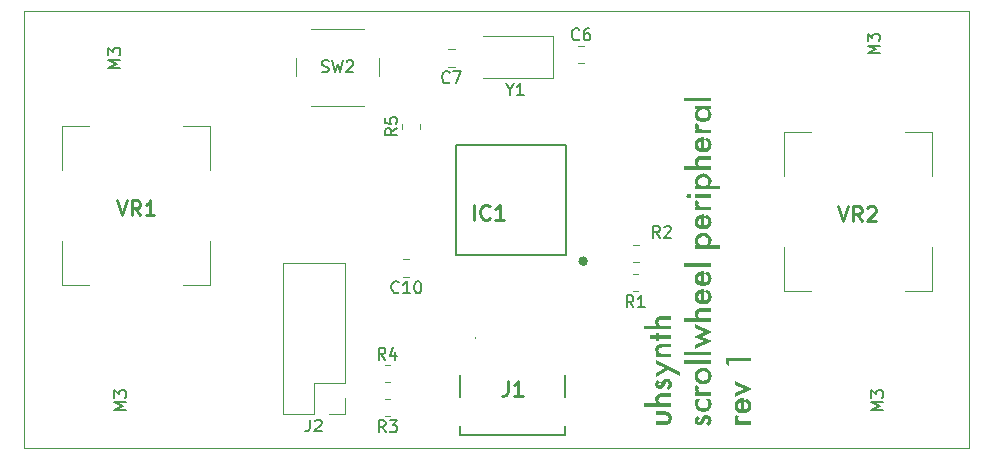
<source format=gbr>
%TF.GenerationSoftware,KiCad,Pcbnew,9.0.0*%
%TF.CreationDate,2025-03-14T14:13:33-06:00*%
%TF.ProjectId,scrollwheel_peripheral,7363726f-6c6c-4776-9865-656c5f706572,rev?*%
%TF.SameCoordinates,Original*%
%TF.FileFunction,Legend,Top*%
%TF.FilePolarity,Positive*%
%FSLAX46Y46*%
G04 Gerber Fmt 4.6, Leading zero omitted, Abs format (unit mm)*
G04 Created by KiCad (PCBNEW 9.0.0) date 2025-03-14 14:13:33*
%MOMM*%
%LPD*%
G01*
G04 APERTURE LIST*
%ADD10C,0.100000*%
%ADD11C,0.150000*%
%ADD12C,0.254000*%
%ADD13C,0.120000*%
%ADD14C,0.200000*%
%ADD15C,0.400000*%
%TA.AperFunction,Profile*%
%ADD16C,0.050000*%
%TD*%
G04 APERTURE END LIST*
D10*
G36*
X95486318Y-88249790D02*
G01*
X96248234Y-88249790D01*
X96379027Y-88236751D01*
X96468654Y-88202716D01*
X96528462Y-88151680D01*
X96564884Y-88082238D01*
X96578084Y-87987962D01*
X96564884Y-87893686D01*
X96528462Y-87824243D01*
X96468654Y-87773208D01*
X96379027Y-87739173D01*
X96248234Y-87726133D01*
X95486318Y-87726133D01*
X95486318Y-87421318D01*
X96256172Y-87421318D01*
X96409709Y-87431870D01*
X96531922Y-87460764D01*
X96629127Y-87511876D01*
X96719012Y-87592899D01*
X96777033Y-87673987D01*
X96818980Y-87765484D01*
X96844997Y-87869316D01*
X96854078Y-87987962D01*
X96845015Y-88105885D01*
X96819026Y-88209255D01*
X96777084Y-88300516D01*
X96719012Y-88381559D01*
X96629074Y-88464077D01*
X96531922Y-88516503D01*
X96427406Y-88543504D01*
X96256172Y-88554605D01*
X95486318Y-88554605D01*
X95486318Y-88249790D01*
G37*
G36*
X94509347Y-87030530D02*
G01*
X94509347Y-86725715D01*
X95594030Y-86725715D01*
X95528248Y-86639301D01*
X95482953Y-86551083D01*
X95456200Y-86459904D01*
X95447240Y-86364235D01*
X95457029Y-86253760D01*
X95485000Y-86158686D01*
X95530255Y-86076111D01*
X95593541Y-86003977D01*
X95659317Y-85957714D01*
X95745396Y-85921931D01*
X95856732Y-85898191D01*
X95999351Y-85889427D01*
X96815000Y-85889427D01*
X96815000Y-86194242D01*
X96026950Y-86194242D01*
X95921080Y-86201948D01*
X95846403Y-86221994D01*
X95795041Y-86251151D01*
X95756739Y-86294099D01*
X95732284Y-86353210D01*
X95723234Y-86433967D01*
X95735797Y-86536629D01*
X95769614Y-86609827D01*
X95823007Y-86661357D01*
X95894420Y-86693429D01*
X96005447Y-86716566D01*
X96170565Y-86725715D01*
X96815000Y-86725715D01*
X96815000Y-87030530D01*
X94509347Y-87030530D01*
G37*
G36*
X95710900Y-84723290D02*
G01*
X95846088Y-84977547D01*
X95772897Y-85025563D01*
X95735093Y-85074856D01*
X95723234Y-85127634D01*
X95730281Y-85167347D01*
X95751200Y-85200662D01*
X95782847Y-85223255D01*
X95823007Y-85230949D01*
X95865598Y-85217090D01*
X95914932Y-85166019D01*
X95974804Y-85052651D01*
X96052206Y-84889699D01*
X96116252Y-84784619D01*
X96168977Y-84722069D01*
X96232965Y-84675891D01*
X96311402Y-84647183D01*
X96408335Y-84636950D01*
X96501711Y-84646056D01*
X96585324Y-84672598D01*
X96661275Y-84716588D01*
X96730980Y-84779588D01*
X96799113Y-84877813D01*
X96840003Y-84988100D01*
X96854078Y-85114078D01*
X96840540Y-85242510D01*
X96801900Y-85350902D01*
X96738773Y-85443555D01*
X96648649Y-85523037D01*
X96526182Y-85589863D01*
X96404672Y-85326936D01*
X96490482Y-85273067D01*
X96526182Y-85243039D01*
X96565039Y-85181333D01*
X96578084Y-85108339D01*
X96567928Y-85035634D01*
X96541405Y-84989370D01*
X96499367Y-84961659D01*
X96436057Y-84951413D01*
X96387386Y-84962558D01*
X96337278Y-84999394D01*
X96283161Y-85072435D01*
X96238098Y-85165736D01*
X96192913Y-85260502D01*
X96122555Y-85382108D01*
X96061877Y-85450034D01*
X96002831Y-85488129D01*
X95932380Y-85511769D01*
X95847554Y-85520132D01*
X95737005Y-85506442D01*
X95642683Y-85466846D01*
X95560690Y-85400575D01*
X95497794Y-85313583D01*
X95460175Y-85215823D01*
X95447240Y-85103942D01*
X95457760Y-85006802D01*
X95488182Y-84922419D01*
X95538575Y-84847935D01*
X95611327Y-84781664D01*
X95710900Y-84723290D01*
G37*
G36*
X96570146Y-83942934D02*
G01*
X95486318Y-84541817D01*
X95486318Y-84184979D01*
X96251653Y-83777581D01*
X95486318Y-83397418D01*
X95486318Y-83050226D01*
X97541866Y-84111095D01*
X97541866Y-84462561D01*
X96570146Y-83942934D01*
G37*
G36*
X95486318Y-82841277D02*
G01*
X95486318Y-82528646D01*
X95608196Y-82528646D01*
X95535809Y-82442794D01*
X95486243Y-82354621D01*
X95457033Y-82262854D01*
X95447240Y-82165701D01*
X95457220Y-82051587D01*
X95485471Y-81955404D01*
X95530739Y-81873753D01*
X95593541Y-81804221D01*
X95657837Y-81759331D01*
X95743174Y-81724367D01*
X95854865Y-81701020D01*
X95999351Y-81692358D01*
X96815000Y-81692358D01*
X96815000Y-82004989D01*
X96071646Y-82004989D01*
X95939760Y-82012764D01*
X95853408Y-82032225D01*
X95799682Y-82058967D01*
X95759438Y-82100352D01*
X95733194Y-82161860D01*
X95723234Y-82251186D01*
X95735691Y-82346848D01*
X95769646Y-82416308D01*
X95824228Y-82466364D01*
X95894622Y-82497251D01*
X96005689Y-82519716D01*
X96172641Y-82528646D01*
X96815000Y-82528646D01*
X96815000Y-82841277D01*
X95486318Y-82841277D01*
G37*
G36*
X95775502Y-80994801D02*
G01*
X96815000Y-80994801D01*
X96815000Y-81299616D01*
X95775502Y-81299616D01*
X95775502Y-81432484D01*
X95486318Y-81432484D01*
X95486318Y-81299616D01*
X94993925Y-81299616D01*
X94993925Y-80994801D01*
X95486318Y-80994801D01*
X95486318Y-80752512D01*
X95775502Y-80752512D01*
X95775502Y-80994801D01*
G37*
G36*
X94509347Y-80486775D02*
G01*
X94509347Y-80181960D01*
X95594030Y-80181960D01*
X95528248Y-80095547D01*
X95482953Y-80007328D01*
X95456200Y-79916150D01*
X95447240Y-79820481D01*
X95457029Y-79710006D01*
X95485000Y-79614932D01*
X95530255Y-79532356D01*
X95593541Y-79460223D01*
X95659317Y-79413959D01*
X95745396Y-79378176D01*
X95856732Y-79354437D01*
X95999351Y-79345673D01*
X96815000Y-79345673D01*
X96815000Y-79650488D01*
X96026950Y-79650488D01*
X95921080Y-79658194D01*
X95846403Y-79678239D01*
X95795041Y-79707397D01*
X95756739Y-79750345D01*
X95732284Y-79809455D01*
X95723234Y-79890212D01*
X95735797Y-79992875D01*
X95769614Y-80066072D01*
X95823007Y-80117602D01*
X95894420Y-80149674D01*
X96005447Y-80172812D01*
X96170565Y-80181960D01*
X96815000Y-80181960D01*
X96815000Y-80486775D01*
X94509347Y-80486775D01*
G37*
G36*
X99070900Y-87781210D02*
G01*
X99206088Y-88035467D01*
X99132897Y-88083483D01*
X99095093Y-88132777D01*
X99083234Y-88185554D01*
X99090281Y-88225267D01*
X99111200Y-88258583D01*
X99142847Y-88281176D01*
X99183007Y-88288869D01*
X99225598Y-88275010D01*
X99274932Y-88223939D01*
X99334804Y-88110572D01*
X99412206Y-87947619D01*
X99476252Y-87842540D01*
X99528977Y-87779989D01*
X99592965Y-87733812D01*
X99671402Y-87705103D01*
X99768335Y-87694870D01*
X99861711Y-87703977D01*
X99945324Y-87730518D01*
X100021275Y-87774508D01*
X100090980Y-87837508D01*
X100159113Y-87935734D01*
X100200003Y-88046021D01*
X100214078Y-88171999D01*
X100200540Y-88300431D01*
X100161900Y-88408823D01*
X100098773Y-88501476D01*
X100008649Y-88580957D01*
X99886182Y-88647784D01*
X99764672Y-88384856D01*
X99850482Y-88330988D01*
X99886182Y-88300959D01*
X99925039Y-88239254D01*
X99938084Y-88166259D01*
X99927928Y-88093555D01*
X99901405Y-88047291D01*
X99859367Y-88019579D01*
X99796057Y-88009333D01*
X99747386Y-88020478D01*
X99697278Y-88057315D01*
X99643161Y-88130355D01*
X99598098Y-88223656D01*
X99552913Y-88318422D01*
X99482555Y-88440028D01*
X99421877Y-88507955D01*
X99362831Y-88546050D01*
X99292380Y-88569689D01*
X99207554Y-88578053D01*
X99097005Y-88564363D01*
X99002683Y-88524767D01*
X98920690Y-88458496D01*
X98857794Y-88371504D01*
X98820175Y-88273743D01*
X98807240Y-88161863D01*
X98817760Y-88064723D01*
X98848182Y-87980340D01*
X98898575Y-87905855D01*
X98971327Y-87839585D01*
X99070900Y-87781210D01*
G37*
G36*
X98901029Y-86383775D02*
G01*
X99308914Y-86383775D01*
X99194176Y-86490257D01*
X99132327Y-86572208D01*
X99095963Y-86659559D01*
X99083234Y-86764794D01*
X99097102Y-86875152D01*
X99137348Y-86969905D01*
X99204989Y-87052878D01*
X99291934Y-87115980D01*
X99392284Y-87154156D01*
X99509926Y-87167428D01*
X99630589Y-87154436D01*
X99731808Y-87117406D01*
X99817794Y-87056908D01*
X99884470Y-86975690D01*
X99924302Y-86881923D01*
X99938084Y-86771632D01*
X99925758Y-86665918D01*
X99890334Y-86576360D01*
X99828996Y-86494962D01*
X99709717Y-86383775D01*
X100116625Y-86383775D01*
X100171714Y-86511315D01*
X100203632Y-86635554D01*
X100214078Y-86758077D01*
X100201042Y-86909242D01*
X100163303Y-87043747D01*
X100101531Y-87164707D01*
X100014532Y-87274406D01*
X99907502Y-87365501D01*
X99790279Y-87429603D01*
X99660668Y-87468503D01*
X99515544Y-87481891D01*
X99370545Y-87468407D01*
X99240227Y-87429115D01*
X99121556Y-87364163D01*
X99012404Y-87271598D01*
X98922517Y-87160227D01*
X98859062Y-87038640D01*
X98820503Y-86904659D01*
X98807240Y-86755268D01*
X98817675Y-86626522D01*
X98848770Y-86503223D01*
X98901029Y-86383775D01*
G37*
G36*
X98846318Y-86086775D02*
G01*
X98846318Y-85781960D01*
X98963799Y-85781960D01*
X98884554Y-85696889D01*
X98841556Y-85631629D01*
X98816246Y-85560398D01*
X98807240Y-85472993D01*
X98815553Y-85393916D01*
X98841642Y-85309753D01*
X98888206Y-85218736D01*
X99167131Y-85359542D01*
X99118946Y-85448778D01*
X99104239Y-85530390D01*
X99113969Y-85604444D01*
X99141430Y-85663149D01*
X99186881Y-85710289D01*
X99254224Y-85747168D01*
X99350353Y-85772356D01*
X99484403Y-85781960D01*
X100175000Y-85781960D01*
X100175000Y-86086775D01*
X98846318Y-86086775D01*
G37*
G36*
X99657269Y-83718276D02*
G01*
X99787662Y-83757074D01*
X99905568Y-83820966D01*
X100013189Y-83911671D01*
X100101120Y-84021691D01*
X100163270Y-84141913D01*
X100201070Y-84274488D01*
X100214078Y-84422383D01*
X100200817Y-84568540D01*
X100162305Y-84699080D01*
X100098926Y-84817097D01*
X100009036Y-84924790D01*
X99901734Y-85013181D01*
X99782909Y-85075855D01*
X99650217Y-85114147D01*
X99500401Y-85127390D01*
X99360304Y-85114224D01*
X99233567Y-85075741D01*
X99117331Y-85011906D01*
X99009595Y-84920638D01*
X98920734Y-84811122D01*
X98858171Y-84692176D01*
X98820254Y-84561725D01*
X98807240Y-84416887D01*
X99083234Y-84416887D01*
X99096903Y-84529653D01*
X99136033Y-84623702D01*
X99200837Y-84703384D01*
X99284994Y-84763269D01*
X99384787Y-84800004D01*
X99504553Y-84812927D01*
X99633624Y-84799942D01*
X99737084Y-84763745D01*
X99820481Y-84706071D01*
X99885148Y-84626327D01*
X99924345Y-84531445D01*
X99938084Y-84416887D01*
X99924406Y-84301293D01*
X99885567Y-84206486D01*
X99821824Y-84127704D01*
X99738423Y-84068942D01*
X99636638Y-84032396D01*
X99511392Y-84019382D01*
X99386063Y-84032399D01*
X99284240Y-84068947D01*
X99200837Y-84127704D01*
X99136181Y-84207375D01*
X99096979Y-84302251D01*
X99083234Y-84416887D01*
X98807240Y-84416887D01*
X98820339Y-84271363D01*
X98858515Y-84140221D01*
X98921527Y-84020569D01*
X99011060Y-83910327D01*
X99119282Y-83820074D01*
X99237165Y-83756599D01*
X99366831Y-83718133D01*
X99511270Y-83704919D01*
X99657269Y-83718276D01*
G37*
G36*
X97869347Y-83077704D02*
G01*
X100175000Y-83077704D01*
X100175000Y-83382519D01*
X97869347Y-83382519D01*
X97869347Y-83077704D01*
G37*
G36*
X97869347Y-82382100D02*
G01*
X100175000Y-82382100D01*
X100175000Y-82686915D01*
X97869347Y-82686915D01*
X97869347Y-82382100D01*
G37*
G36*
X98846318Y-81825715D02*
G01*
X99605914Y-81477180D01*
X98724685Y-81101168D01*
X99605914Y-80722470D01*
X98846318Y-80377965D01*
X98846318Y-80033339D01*
X100276849Y-80730652D01*
X99420167Y-81101168D01*
X100276849Y-81475715D01*
X98846318Y-82171685D01*
X98846318Y-81825715D01*
G37*
G36*
X97869347Y-79824389D02*
G01*
X97869347Y-79519574D01*
X98954030Y-79519574D01*
X98888248Y-79433160D01*
X98842953Y-79344942D01*
X98816200Y-79253763D01*
X98807240Y-79158094D01*
X98817029Y-79047619D01*
X98845000Y-78952545D01*
X98890255Y-78869970D01*
X98953541Y-78797836D01*
X99019317Y-78751573D01*
X99105396Y-78715790D01*
X99216732Y-78692050D01*
X99359351Y-78683286D01*
X100175000Y-78683286D01*
X100175000Y-78988101D01*
X99386950Y-78988101D01*
X99281080Y-78995807D01*
X99206403Y-79015853D01*
X99155041Y-79045010D01*
X99116739Y-79087958D01*
X99092284Y-79147069D01*
X99083234Y-79227826D01*
X99095797Y-79330488D01*
X99129614Y-79403686D01*
X99183007Y-79455216D01*
X99254420Y-79487288D01*
X99365447Y-79510425D01*
X99530565Y-79519574D01*
X100175000Y-79519574D01*
X100175000Y-79824389D01*
X97869347Y-79824389D01*
G37*
G36*
X99923393Y-77130054D02*
G01*
X100002076Y-77193771D01*
X100069694Y-77263970D01*
X100122854Y-77337264D01*
X100163787Y-77416632D01*
X100192096Y-77502494D01*
X100208406Y-77593401D01*
X100214078Y-77694958D01*
X100201272Y-77841127D01*
X100164669Y-77967167D01*
X100105453Y-78076835D01*
X100022714Y-78172819D01*
X99921496Y-78249823D01*
X99804648Y-78305785D01*
X99669200Y-78340761D01*
X99511270Y-78353070D01*
X99354648Y-78341171D01*
X99219522Y-78307295D01*
X99102266Y-78253043D01*
X99000069Y-78178436D01*
X98916429Y-78084354D01*
X98856813Y-77977159D01*
X98820073Y-77854253D01*
X98807240Y-77711933D01*
X98807893Y-77704483D01*
X99083234Y-77704483D01*
X99087612Y-77759184D01*
X99100453Y-77809630D01*
X99121390Y-77856659D01*
X99149912Y-77899145D01*
X99185359Y-77936382D01*
X99227704Y-77968143D01*
X99275543Y-77993046D01*
X99330896Y-78011741D01*
X99330896Y-77394539D01*
X99237985Y-77429384D01*
X99170396Y-77476761D01*
X99123069Y-77536530D01*
X99093726Y-77610984D01*
X99083234Y-77704483D01*
X98807893Y-77704483D01*
X98819872Y-77567793D01*
X98855804Y-77444938D01*
X98913656Y-77339368D01*
X98994207Y-77248237D01*
X99091161Y-77177026D01*
X99206641Y-77124410D01*
X99344284Y-77091005D01*
X99508705Y-77079099D01*
X99581001Y-77079099D01*
X99581001Y-78032135D01*
X99686635Y-78013856D01*
X99772456Y-77978077D01*
X99842341Y-77925645D01*
X99895099Y-77857715D01*
X99926974Y-77778333D01*
X99938084Y-77684089D01*
X99931514Y-77609292D01*
X99912980Y-77546781D01*
X99883374Y-77494190D01*
X99813853Y-77422505D01*
X99680896Y-77326273D01*
X99825854Y-77066765D01*
X99923393Y-77130054D01*
G37*
G36*
X99923393Y-75582532D02*
G01*
X100002076Y-75646249D01*
X100069694Y-75716447D01*
X100122854Y-75789741D01*
X100163787Y-75869109D01*
X100192096Y-75954972D01*
X100208406Y-76045879D01*
X100214078Y-76147435D01*
X100201272Y-76293605D01*
X100164669Y-76419644D01*
X100105453Y-76529312D01*
X100022714Y-76625296D01*
X99921496Y-76702300D01*
X99804648Y-76758263D01*
X99669200Y-76793238D01*
X99511270Y-76805547D01*
X99354648Y-76793648D01*
X99219522Y-76759772D01*
X99102266Y-76705521D01*
X99000069Y-76630914D01*
X98916429Y-76536832D01*
X98856813Y-76429636D01*
X98820073Y-76306730D01*
X98807240Y-76164410D01*
X98807893Y-76156960D01*
X99083234Y-76156960D01*
X99087612Y-76211661D01*
X99100453Y-76262107D01*
X99121390Y-76309136D01*
X99149912Y-76351622D01*
X99185359Y-76388860D01*
X99227704Y-76420621D01*
X99275543Y-76445523D01*
X99330896Y-76464218D01*
X99330896Y-75847016D01*
X99237985Y-75881861D01*
X99170396Y-75929238D01*
X99123069Y-75989007D01*
X99093726Y-76063461D01*
X99083234Y-76156960D01*
X98807893Y-76156960D01*
X98819872Y-76020270D01*
X98855804Y-75897415D01*
X98913656Y-75791846D01*
X98994207Y-75700715D01*
X99091161Y-75629503D01*
X99206641Y-75576888D01*
X99344284Y-75543482D01*
X99508705Y-75531577D01*
X99581001Y-75531577D01*
X99581001Y-76484612D01*
X99686635Y-76466333D01*
X99772456Y-76430555D01*
X99842341Y-76378122D01*
X99895099Y-76310192D01*
X99926974Y-76230811D01*
X99938084Y-76136566D01*
X99931514Y-76061770D01*
X99912980Y-75999258D01*
X99883374Y-75946667D01*
X99813853Y-75874982D01*
X99680896Y-75778750D01*
X99825854Y-75519242D01*
X99923393Y-75582532D01*
G37*
G36*
X97869347Y-74890683D02*
G01*
X100175000Y-74890683D01*
X100175000Y-75195498D01*
X97869347Y-75195498D01*
X97869347Y-74890683D01*
G37*
G36*
X99667838Y-72294182D02*
G01*
X99798034Y-72328454D01*
X99914232Y-72384163D01*
X100018684Y-72461933D01*
X100105776Y-72557645D01*
X100166808Y-72662980D01*
X100203785Y-72780014D01*
X100216521Y-72911828D01*
X100205068Y-73024547D01*
X100170935Y-73130747D01*
X100113032Y-73232546D01*
X100028454Y-73331437D01*
X100901866Y-73331437D01*
X100901866Y-73636252D01*
X98846318Y-73636252D01*
X98846318Y-73331437D01*
X98992254Y-73331437D01*
X98911739Y-73234335D01*
X98856376Y-73133989D01*
X98823625Y-73028953D01*
X98817571Y-72967515D01*
X99088607Y-72967515D01*
X99102151Y-73075788D01*
X99141051Y-73166390D01*
X99205844Y-73243510D01*
X99289581Y-73300897D01*
X99390677Y-73336508D01*
X99513834Y-73349145D01*
X99634436Y-73336671D01*
X99735785Y-73301165D01*
X99821946Y-73243387D01*
X99887493Y-73167060D01*
X99926822Y-73076984D01*
X99940526Y-72968859D01*
X99926965Y-72867152D01*
X99887490Y-72780057D01*
X99820603Y-72703855D01*
X99735310Y-72645037D01*
X99636576Y-72609237D01*
X99520673Y-72596755D01*
X99397296Y-72609208D01*
X99295183Y-72644395D01*
X99209874Y-72701168D01*
X99142128Y-72778289D01*
X99102264Y-72865854D01*
X99088607Y-72967515D01*
X98817571Y-72967515D01*
X98812613Y-72917201D01*
X98825641Y-72783486D01*
X98863415Y-72665252D01*
X98925710Y-72559274D01*
X99014602Y-72463398D01*
X99119724Y-72385188D01*
X99237398Y-72329008D01*
X99370003Y-72294347D01*
X99520673Y-72282292D01*
X99667838Y-72294182D01*
G37*
G36*
X99923393Y-70797326D02*
G01*
X100002076Y-70861043D01*
X100069694Y-70931241D01*
X100122854Y-71004535D01*
X100163787Y-71083904D01*
X100192096Y-71169766D01*
X100208406Y-71260673D01*
X100214078Y-71362229D01*
X100201272Y-71508399D01*
X100164669Y-71634438D01*
X100105453Y-71744106D01*
X100022714Y-71840090D01*
X99921496Y-71917095D01*
X99804648Y-71973057D01*
X99669200Y-72008032D01*
X99511270Y-72020341D01*
X99354648Y-72008442D01*
X99219522Y-71974566D01*
X99102266Y-71920315D01*
X99000069Y-71845708D01*
X98916429Y-71751626D01*
X98856813Y-71644430D01*
X98820073Y-71521524D01*
X98807240Y-71379204D01*
X98807893Y-71371755D01*
X99083234Y-71371755D01*
X99087612Y-71426455D01*
X99100453Y-71476901D01*
X99121390Y-71523930D01*
X99149912Y-71566416D01*
X99185359Y-71603654D01*
X99227704Y-71635415D01*
X99275543Y-71660317D01*
X99330896Y-71679012D01*
X99330896Y-71061810D01*
X99237985Y-71096655D01*
X99170396Y-71144033D01*
X99123069Y-71203801D01*
X99093726Y-71278255D01*
X99083234Y-71371755D01*
X98807893Y-71371755D01*
X98819872Y-71235064D01*
X98855804Y-71112209D01*
X98913656Y-71006640D01*
X98994207Y-70915509D01*
X99091161Y-70844297D01*
X99206641Y-70791682D01*
X99344284Y-70758276D01*
X99508705Y-70746371D01*
X99581001Y-70746371D01*
X99581001Y-71699406D01*
X99686635Y-71681128D01*
X99772456Y-71645349D01*
X99842341Y-71592916D01*
X99895099Y-71524986D01*
X99926974Y-71445605D01*
X99938084Y-71351360D01*
X99931514Y-71276564D01*
X99912980Y-71214052D01*
X99883374Y-71161461D01*
X99813853Y-71089776D01*
X99680896Y-70993545D01*
X99825854Y-70734036D01*
X99923393Y-70797326D01*
G37*
G36*
X98846318Y-70410293D02*
G01*
X98846318Y-70105478D01*
X98963799Y-70105478D01*
X98884554Y-70020406D01*
X98841556Y-69955146D01*
X98816246Y-69883915D01*
X98807240Y-69796510D01*
X98815553Y-69717433D01*
X98841642Y-69633270D01*
X98888206Y-69542254D01*
X99167131Y-69683060D01*
X99118946Y-69772296D01*
X99104239Y-69853907D01*
X99113969Y-69927961D01*
X99141430Y-69986666D01*
X99186881Y-70033807D01*
X99254224Y-70070685D01*
X99350353Y-70095873D01*
X99484403Y-70105478D01*
X100175000Y-70105478D01*
X100175000Y-70410293D01*
X98846318Y-70410293D01*
G37*
G36*
X98846318Y-69017131D02*
G01*
X100175000Y-69017131D01*
X100175000Y-69321946D01*
X98846318Y-69321946D01*
X98846318Y-69017131D01*
G37*
G36*
X98293230Y-69368841D02*
G01*
X98218705Y-69354332D01*
X98154501Y-69310345D01*
X98110581Y-69245935D01*
X98096004Y-69170150D01*
X98110647Y-69093230D01*
X98154501Y-69028733D01*
X98195621Y-68996143D01*
X98241745Y-68976845D01*
X98294574Y-68970237D01*
X98371515Y-68984875D01*
X98436113Y-69028733D01*
X98468692Y-69069781D01*
X98487995Y-69115901D01*
X98494609Y-69168806D01*
X98479970Y-69245747D01*
X98436113Y-69310345D01*
X98394134Y-69342904D01*
X98347073Y-69362222D01*
X98293230Y-69368841D01*
G37*
G36*
X99667838Y-67284273D02*
G01*
X99798034Y-67318545D01*
X99914232Y-67374254D01*
X100018684Y-67452023D01*
X100105776Y-67547736D01*
X100166808Y-67653071D01*
X100203785Y-67770105D01*
X100216521Y-67901919D01*
X100205068Y-68014638D01*
X100170935Y-68120837D01*
X100113032Y-68222637D01*
X100028454Y-68321528D01*
X100901866Y-68321528D01*
X100901866Y-68626343D01*
X98846318Y-68626343D01*
X98846318Y-68321528D01*
X98992254Y-68321528D01*
X98911739Y-68224425D01*
X98856376Y-68124080D01*
X98823625Y-68019044D01*
X98817571Y-67957606D01*
X99088607Y-67957606D01*
X99102151Y-68065879D01*
X99141051Y-68156481D01*
X99205844Y-68233600D01*
X99289581Y-68290988D01*
X99390677Y-68326599D01*
X99513834Y-68339235D01*
X99634436Y-68326762D01*
X99735785Y-68291255D01*
X99821946Y-68233478D01*
X99887493Y-68157151D01*
X99926822Y-68067074D01*
X99940526Y-67958949D01*
X99926965Y-67857243D01*
X99887490Y-67770148D01*
X99820603Y-67693946D01*
X99735310Y-67635128D01*
X99636576Y-67599328D01*
X99520673Y-67586845D01*
X99397296Y-67599299D01*
X99295183Y-67634485D01*
X99209874Y-67691259D01*
X99142128Y-67768380D01*
X99102264Y-67855945D01*
X99088607Y-67957606D01*
X98817571Y-67957606D01*
X98812613Y-67907292D01*
X98825641Y-67773577D01*
X98863415Y-67655343D01*
X98925710Y-67549365D01*
X99014602Y-67453489D01*
X99119724Y-67375279D01*
X99237398Y-67319098D01*
X99370003Y-67284437D01*
X99520673Y-67272383D01*
X99667838Y-67284273D01*
G37*
G36*
X97869347Y-66947906D02*
G01*
X97869347Y-66643091D01*
X98954030Y-66643091D01*
X98888248Y-66556677D01*
X98842953Y-66468459D01*
X98816200Y-66377280D01*
X98807240Y-66281612D01*
X98817029Y-66171136D01*
X98845000Y-66076062D01*
X98890255Y-65993487D01*
X98953541Y-65921353D01*
X99019317Y-65875090D01*
X99105396Y-65839307D01*
X99216732Y-65815567D01*
X99359351Y-65806803D01*
X100175000Y-65806803D01*
X100175000Y-66111618D01*
X99386950Y-66111618D01*
X99281080Y-66119324D01*
X99206403Y-66139370D01*
X99155041Y-66168527D01*
X99116739Y-66211475D01*
X99092284Y-66270586D01*
X99083234Y-66351343D01*
X99095797Y-66454005D01*
X99129614Y-66527203D01*
X99183007Y-66578733D01*
X99254420Y-66610805D01*
X99365447Y-66633942D01*
X99530565Y-66643091D01*
X100175000Y-66643091D01*
X100175000Y-66947906D01*
X97869347Y-66947906D01*
G37*
G36*
X99923393Y-64253572D02*
G01*
X100002076Y-64317288D01*
X100069694Y-64387487D01*
X100122854Y-64460781D01*
X100163787Y-64540149D01*
X100192096Y-64626011D01*
X100208406Y-64716918D01*
X100214078Y-64818475D01*
X100201272Y-64964645D01*
X100164669Y-65090684D01*
X100105453Y-65200352D01*
X100022714Y-65296336D01*
X99921496Y-65373340D01*
X99804648Y-65429302D01*
X99669200Y-65464278D01*
X99511270Y-65476587D01*
X99354648Y-65464688D01*
X99219522Y-65430812D01*
X99102266Y-65376561D01*
X99000069Y-65301953D01*
X98916429Y-65207871D01*
X98856813Y-65100676D01*
X98820073Y-64977770D01*
X98807240Y-64835450D01*
X98807893Y-64828000D01*
X99083234Y-64828000D01*
X99087612Y-64882701D01*
X99100453Y-64933147D01*
X99121390Y-64980176D01*
X99149912Y-65022662D01*
X99185359Y-65059899D01*
X99227704Y-65091660D01*
X99275543Y-65116563D01*
X99330896Y-65135258D01*
X99330896Y-64518056D01*
X99237985Y-64552901D01*
X99170396Y-64600278D01*
X99123069Y-64660047D01*
X99093726Y-64734501D01*
X99083234Y-64828000D01*
X98807893Y-64828000D01*
X98819872Y-64691310D01*
X98855804Y-64568455D01*
X98913656Y-64462885D01*
X98994207Y-64371755D01*
X99091161Y-64300543D01*
X99206641Y-64247928D01*
X99344284Y-64214522D01*
X99508705Y-64202616D01*
X99581001Y-64202616D01*
X99581001Y-65155652D01*
X99686635Y-65137373D01*
X99772456Y-65101594D01*
X99842341Y-65049162D01*
X99895099Y-64981232D01*
X99926974Y-64901850D01*
X99938084Y-64807606D01*
X99931514Y-64732810D01*
X99912980Y-64670298D01*
X99883374Y-64617707D01*
X99813853Y-64546022D01*
X99680896Y-64449790D01*
X99825854Y-64190282D01*
X99923393Y-64253572D01*
G37*
G36*
X98846318Y-63866538D02*
G01*
X98846318Y-63561723D01*
X98963799Y-63561723D01*
X98884554Y-63476652D01*
X98841556Y-63411392D01*
X98816246Y-63340161D01*
X98807240Y-63252756D01*
X98815553Y-63173679D01*
X98841642Y-63089515D01*
X98888206Y-62998499D01*
X99167131Y-63139305D01*
X99118946Y-63228541D01*
X99104239Y-63310153D01*
X99113969Y-63384207D01*
X99141430Y-63442912D01*
X99186881Y-63490052D01*
X99254224Y-63526931D01*
X99350353Y-63552118D01*
X99484403Y-63561723D01*
X100175000Y-63561723D01*
X100175000Y-63866538D01*
X98846318Y-63866538D01*
G37*
G36*
X100175000Y-61857519D02*
G01*
X100035293Y-61857519D01*
X100116380Y-61958511D01*
X100171401Y-62059262D01*
X100203456Y-62161154D01*
X100214078Y-62266015D01*
X100201204Y-62400054D01*
X100163856Y-62518869D01*
X100102285Y-62625602D01*
X100014532Y-62722383D01*
X99907990Y-62799694D01*
X99789342Y-62855208D01*
X99656305Y-62889415D01*
X99505896Y-62901290D01*
X99358369Y-62889438D01*
X99227889Y-62855284D01*
X99111488Y-62799794D01*
X99006908Y-62722383D01*
X98918766Y-62626181D01*
X98857198Y-62520945D01*
X98820014Y-62404660D01*
X98807240Y-62274319D01*
X98813228Y-62216678D01*
X99083234Y-62216678D01*
X99096717Y-62316987D01*
X99136213Y-62404159D01*
X99203524Y-62481681D01*
X99289801Y-62539455D01*
X99388967Y-62574599D01*
X99504553Y-62586828D01*
X99628496Y-62574588D01*
X99730978Y-62540055D01*
X99816451Y-62484490D01*
X99884453Y-62407660D01*
X99924408Y-62320538D01*
X99938084Y-62219487D01*
X99924475Y-62110854D01*
X99885439Y-62020281D01*
X99820481Y-61943492D01*
X99734051Y-61886074D01*
X99632373Y-61850757D01*
X99511392Y-61838346D01*
X99390329Y-61850759D01*
X99288612Y-61886079D01*
X99202180Y-61943492D01*
X99136264Y-62020315D01*
X99096893Y-62110012D01*
X99083234Y-62216678D01*
X98813228Y-62216678D01*
X98818820Y-62162850D01*
X98853400Y-62057551D01*
X98912237Y-61956273D01*
X98998482Y-61857519D01*
X98846318Y-61857519D01*
X98846318Y-61549162D01*
X100175000Y-61549162D01*
X100175000Y-61857519D01*
G37*
G36*
X97869347Y-60855512D02*
G01*
X100175000Y-60855512D01*
X100175000Y-61160327D01*
X97869347Y-61160327D01*
X97869347Y-60855512D01*
G37*
G36*
X102206318Y-88554605D02*
G01*
X102206318Y-88249790D01*
X102323799Y-88249790D01*
X102244554Y-88164719D01*
X102201556Y-88099459D01*
X102176246Y-88028228D01*
X102167240Y-87940823D01*
X102175553Y-87861746D01*
X102201642Y-87777582D01*
X102248206Y-87686566D01*
X102527131Y-87827372D01*
X102478946Y-87916608D01*
X102464239Y-87998220D01*
X102473969Y-88072274D01*
X102501430Y-88130979D01*
X102546881Y-88178119D01*
X102614224Y-88214998D01*
X102710353Y-88240185D01*
X102844403Y-88249790D01*
X103535000Y-88249790D01*
X103535000Y-88554605D01*
X102206318Y-88554605D01*
G37*
G36*
X103283393Y-86366342D02*
G01*
X103362076Y-86430059D01*
X103429694Y-86500257D01*
X103482854Y-86573551D01*
X103523787Y-86652920D01*
X103552096Y-86738782D01*
X103568406Y-86829689D01*
X103574078Y-86931245D01*
X103561272Y-87077415D01*
X103524669Y-87203454D01*
X103465453Y-87313122D01*
X103382714Y-87409106D01*
X103281496Y-87486111D01*
X103164648Y-87542073D01*
X103029200Y-87577049D01*
X102871270Y-87589357D01*
X102714648Y-87577458D01*
X102579522Y-87543582D01*
X102462266Y-87489331D01*
X102360069Y-87414724D01*
X102276429Y-87320642D01*
X102216813Y-87213446D01*
X102180073Y-87090541D01*
X102167240Y-86948220D01*
X102167893Y-86940771D01*
X102443234Y-86940771D01*
X102447612Y-86995471D01*
X102460453Y-87045917D01*
X102481390Y-87092946D01*
X102509912Y-87135432D01*
X102545359Y-87172670D01*
X102587704Y-87204431D01*
X102635543Y-87229333D01*
X102690896Y-87248028D01*
X102690896Y-86630826D01*
X102597985Y-86665671D01*
X102530396Y-86713049D01*
X102483069Y-86772817D01*
X102453726Y-86847272D01*
X102443234Y-86940771D01*
X102167893Y-86940771D01*
X102179872Y-86804080D01*
X102215804Y-86681225D01*
X102273656Y-86575656D01*
X102354207Y-86484525D01*
X102451161Y-86413313D01*
X102566641Y-86360698D01*
X102704284Y-86327292D01*
X102868705Y-86315387D01*
X102941001Y-86315387D01*
X102941001Y-87268422D01*
X103046635Y-87250144D01*
X103132456Y-87214365D01*
X103202341Y-87161933D01*
X103255099Y-87094002D01*
X103286974Y-87014621D01*
X103298084Y-86920376D01*
X103291514Y-86845580D01*
X103272980Y-86783068D01*
X103243374Y-86730478D01*
X103173853Y-86658792D01*
X103040896Y-86562561D01*
X103185854Y-86303053D01*
X103283393Y-86366342D01*
G37*
G36*
X102206318Y-85862072D02*
G01*
X102953702Y-85517445D01*
X102206318Y-85174284D01*
X102206318Y-84828436D01*
X103628667Y-85520254D01*
X102206318Y-86206577D01*
X102206318Y-85862072D01*
G37*
G36*
X101721741Y-83192986D02*
G01*
X101721741Y-83558007D01*
X101424741Y-83383007D01*
X101424741Y-82878524D01*
X103535000Y-82878524D01*
X103535000Y-83192986D01*
X101721741Y-83192986D01*
G37*
D11*
X114454819Y-57109523D02*
X113454819Y-57109523D01*
X113454819Y-57109523D02*
X114169104Y-56776190D01*
X114169104Y-56776190D02*
X113454819Y-56442857D01*
X113454819Y-56442857D02*
X114454819Y-56442857D01*
X113454819Y-56061904D02*
X113454819Y-55442857D01*
X113454819Y-55442857D02*
X113835771Y-55776190D01*
X113835771Y-55776190D02*
X113835771Y-55633333D01*
X113835771Y-55633333D02*
X113883390Y-55538095D01*
X113883390Y-55538095D02*
X113931009Y-55490476D01*
X113931009Y-55490476D02*
X114026247Y-55442857D01*
X114026247Y-55442857D02*
X114264342Y-55442857D01*
X114264342Y-55442857D02*
X114359580Y-55490476D01*
X114359580Y-55490476D02*
X114407200Y-55538095D01*
X114407200Y-55538095D02*
X114454819Y-55633333D01*
X114454819Y-55633333D02*
X114454819Y-55919047D01*
X114454819Y-55919047D02*
X114407200Y-56014285D01*
X114407200Y-56014285D02*
X114359580Y-56061904D01*
X73579819Y-63454166D02*
X73103628Y-63787499D01*
X73579819Y-64025594D02*
X72579819Y-64025594D01*
X72579819Y-64025594D02*
X72579819Y-63644642D01*
X72579819Y-63644642D02*
X72627438Y-63549404D01*
X72627438Y-63549404D02*
X72675057Y-63501785D01*
X72675057Y-63501785D02*
X72770295Y-63454166D01*
X72770295Y-63454166D02*
X72913152Y-63454166D01*
X72913152Y-63454166D02*
X73008390Y-63501785D01*
X73008390Y-63501785D02*
X73056009Y-63549404D01*
X73056009Y-63549404D02*
X73103628Y-63644642D01*
X73103628Y-63644642D02*
X73103628Y-64025594D01*
X72579819Y-62549404D02*
X72579819Y-63025594D01*
X72579819Y-63025594D02*
X73056009Y-63073213D01*
X73056009Y-63073213D02*
X73008390Y-63025594D01*
X73008390Y-63025594D02*
X72960771Y-62930356D01*
X72960771Y-62930356D02*
X72960771Y-62692261D01*
X72960771Y-62692261D02*
X73008390Y-62597023D01*
X73008390Y-62597023D02*
X73056009Y-62549404D01*
X73056009Y-62549404D02*
X73151247Y-62501785D01*
X73151247Y-62501785D02*
X73389342Y-62501785D01*
X73389342Y-62501785D02*
X73484580Y-62549404D01*
X73484580Y-62549404D02*
X73532200Y-62597023D01*
X73532200Y-62597023D02*
X73579819Y-62692261D01*
X73579819Y-62692261D02*
X73579819Y-62930356D01*
X73579819Y-62930356D02*
X73532200Y-63025594D01*
X73532200Y-63025594D02*
X73484580Y-63073213D01*
X50154819Y-58309523D02*
X49154819Y-58309523D01*
X49154819Y-58309523D02*
X49869104Y-57976190D01*
X49869104Y-57976190D02*
X49154819Y-57642857D01*
X49154819Y-57642857D02*
X50154819Y-57642857D01*
X49154819Y-57261904D02*
X49154819Y-56642857D01*
X49154819Y-56642857D02*
X49535771Y-56976190D01*
X49535771Y-56976190D02*
X49535771Y-56833333D01*
X49535771Y-56833333D02*
X49583390Y-56738095D01*
X49583390Y-56738095D02*
X49631009Y-56690476D01*
X49631009Y-56690476D02*
X49726247Y-56642857D01*
X49726247Y-56642857D02*
X49964342Y-56642857D01*
X49964342Y-56642857D02*
X50059580Y-56690476D01*
X50059580Y-56690476D02*
X50107200Y-56738095D01*
X50107200Y-56738095D02*
X50154819Y-56833333D01*
X50154819Y-56833333D02*
X50154819Y-57119047D01*
X50154819Y-57119047D02*
X50107200Y-57214285D01*
X50107200Y-57214285D02*
X50059580Y-57261904D01*
D12*
X49836905Y-69554318D02*
X50260238Y-70824318D01*
X50260238Y-70824318D02*
X50683572Y-69554318D01*
X51832619Y-70824318D02*
X51409285Y-70219556D01*
X51106904Y-70824318D02*
X51106904Y-69554318D01*
X51106904Y-69554318D02*
X51590714Y-69554318D01*
X51590714Y-69554318D02*
X51711666Y-69614794D01*
X51711666Y-69614794D02*
X51772143Y-69675270D01*
X51772143Y-69675270D02*
X51832619Y-69796222D01*
X51832619Y-69796222D02*
X51832619Y-69977651D01*
X51832619Y-69977651D02*
X51772143Y-70098603D01*
X51772143Y-70098603D02*
X51711666Y-70159080D01*
X51711666Y-70159080D02*
X51590714Y-70219556D01*
X51590714Y-70219556D02*
X51106904Y-70219556D01*
X53042143Y-70824318D02*
X52316428Y-70824318D01*
X52679285Y-70824318D02*
X52679285Y-69554318D01*
X52679285Y-69554318D02*
X52558333Y-69735746D01*
X52558333Y-69735746D02*
X52437381Y-69856699D01*
X52437381Y-69856699D02*
X52316428Y-69917175D01*
D11*
X67216667Y-58657200D02*
X67359524Y-58704819D01*
X67359524Y-58704819D02*
X67597619Y-58704819D01*
X67597619Y-58704819D02*
X67692857Y-58657200D01*
X67692857Y-58657200D02*
X67740476Y-58609580D01*
X67740476Y-58609580D02*
X67788095Y-58514342D01*
X67788095Y-58514342D02*
X67788095Y-58419104D01*
X67788095Y-58419104D02*
X67740476Y-58323866D01*
X67740476Y-58323866D02*
X67692857Y-58276247D01*
X67692857Y-58276247D02*
X67597619Y-58228628D01*
X67597619Y-58228628D02*
X67407143Y-58181009D01*
X67407143Y-58181009D02*
X67311905Y-58133390D01*
X67311905Y-58133390D02*
X67264286Y-58085771D01*
X67264286Y-58085771D02*
X67216667Y-57990533D01*
X67216667Y-57990533D02*
X67216667Y-57895295D01*
X67216667Y-57895295D02*
X67264286Y-57800057D01*
X67264286Y-57800057D02*
X67311905Y-57752438D01*
X67311905Y-57752438D02*
X67407143Y-57704819D01*
X67407143Y-57704819D02*
X67645238Y-57704819D01*
X67645238Y-57704819D02*
X67788095Y-57752438D01*
X68121429Y-57704819D02*
X68359524Y-58704819D01*
X68359524Y-58704819D02*
X68550000Y-57990533D01*
X68550000Y-57990533D02*
X68740476Y-58704819D01*
X68740476Y-58704819D02*
X68978572Y-57704819D01*
X69311905Y-57800057D02*
X69359524Y-57752438D01*
X69359524Y-57752438D02*
X69454762Y-57704819D01*
X69454762Y-57704819D02*
X69692857Y-57704819D01*
X69692857Y-57704819D02*
X69788095Y-57752438D01*
X69788095Y-57752438D02*
X69835714Y-57800057D01*
X69835714Y-57800057D02*
X69883333Y-57895295D01*
X69883333Y-57895295D02*
X69883333Y-57990533D01*
X69883333Y-57990533D02*
X69835714Y-58133390D01*
X69835714Y-58133390D02*
X69264286Y-58704819D01*
X69264286Y-58704819D02*
X69883333Y-58704819D01*
X66211666Y-88109819D02*
X66211666Y-88824104D01*
X66211666Y-88824104D02*
X66164047Y-88966961D01*
X66164047Y-88966961D02*
X66068809Y-89062200D01*
X66068809Y-89062200D02*
X65925952Y-89109819D01*
X65925952Y-89109819D02*
X65830714Y-89109819D01*
X66640238Y-88205057D02*
X66687857Y-88157438D01*
X66687857Y-88157438D02*
X66783095Y-88109819D01*
X66783095Y-88109819D02*
X67021190Y-88109819D01*
X67021190Y-88109819D02*
X67116428Y-88157438D01*
X67116428Y-88157438D02*
X67164047Y-88205057D01*
X67164047Y-88205057D02*
X67211666Y-88300295D01*
X67211666Y-88300295D02*
X67211666Y-88395533D01*
X67211666Y-88395533D02*
X67164047Y-88538390D01*
X67164047Y-88538390D02*
X66592619Y-89109819D01*
X66592619Y-89109819D02*
X67211666Y-89109819D01*
D12*
X82956667Y-84829318D02*
X82956667Y-85736461D01*
X82956667Y-85736461D02*
X82896190Y-85917889D01*
X82896190Y-85917889D02*
X82775238Y-86038842D01*
X82775238Y-86038842D02*
X82593809Y-86099318D01*
X82593809Y-86099318D02*
X82472857Y-86099318D01*
X84226667Y-86099318D02*
X83500952Y-86099318D01*
X83863809Y-86099318D02*
X83863809Y-84829318D01*
X83863809Y-84829318D02*
X83742857Y-85010746D01*
X83742857Y-85010746D02*
X83621905Y-85131699D01*
X83621905Y-85131699D02*
X83500952Y-85192175D01*
D11*
X114754819Y-87309523D02*
X113754819Y-87309523D01*
X113754819Y-87309523D02*
X114469104Y-86976190D01*
X114469104Y-86976190D02*
X113754819Y-86642857D01*
X113754819Y-86642857D02*
X114754819Y-86642857D01*
X113754819Y-86261904D02*
X113754819Y-85642857D01*
X113754819Y-85642857D02*
X114135771Y-85976190D01*
X114135771Y-85976190D02*
X114135771Y-85833333D01*
X114135771Y-85833333D02*
X114183390Y-85738095D01*
X114183390Y-85738095D02*
X114231009Y-85690476D01*
X114231009Y-85690476D02*
X114326247Y-85642857D01*
X114326247Y-85642857D02*
X114564342Y-85642857D01*
X114564342Y-85642857D02*
X114659580Y-85690476D01*
X114659580Y-85690476D02*
X114707200Y-85738095D01*
X114707200Y-85738095D02*
X114754819Y-85833333D01*
X114754819Y-85833333D02*
X114754819Y-86119047D01*
X114754819Y-86119047D02*
X114707200Y-86214285D01*
X114707200Y-86214285D02*
X114659580Y-86261904D01*
X93608333Y-78604819D02*
X93275000Y-78128628D01*
X93036905Y-78604819D02*
X93036905Y-77604819D01*
X93036905Y-77604819D02*
X93417857Y-77604819D01*
X93417857Y-77604819D02*
X93513095Y-77652438D01*
X93513095Y-77652438D02*
X93560714Y-77700057D01*
X93560714Y-77700057D02*
X93608333Y-77795295D01*
X93608333Y-77795295D02*
X93608333Y-77938152D01*
X93608333Y-77938152D02*
X93560714Y-78033390D01*
X93560714Y-78033390D02*
X93513095Y-78081009D01*
X93513095Y-78081009D02*
X93417857Y-78128628D01*
X93417857Y-78128628D02*
X93036905Y-78128628D01*
X94560714Y-78604819D02*
X93989286Y-78604819D01*
X94275000Y-78604819D02*
X94275000Y-77604819D01*
X94275000Y-77604819D02*
X94179762Y-77747676D01*
X94179762Y-77747676D02*
X94084524Y-77842914D01*
X94084524Y-77842914D02*
X93989286Y-77890533D01*
X78033333Y-59539580D02*
X77985714Y-59587200D01*
X77985714Y-59587200D02*
X77842857Y-59634819D01*
X77842857Y-59634819D02*
X77747619Y-59634819D01*
X77747619Y-59634819D02*
X77604762Y-59587200D01*
X77604762Y-59587200D02*
X77509524Y-59491961D01*
X77509524Y-59491961D02*
X77461905Y-59396723D01*
X77461905Y-59396723D02*
X77414286Y-59206247D01*
X77414286Y-59206247D02*
X77414286Y-59063390D01*
X77414286Y-59063390D02*
X77461905Y-58872914D01*
X77461905Y-58872914D02*
X77509524Y-58777676D01*
X77509524Y-58777676D02*
X77604762Y-58682438D01*
X77604762Y-58682438D02*
X77747619Y-58634819D01*
X77747619Y-58634819D02*
X77842857Y-58634819D01*
X77842857Y-58634819D02*
X77985714Y-58682438D01*
X77985714Y-58682438D02*
X78033333Y-58730057D01*
X78366667Y-58634819D02*
X79033333Y-58634819D01*
X79033333Y-58634819D02*
X78604762Y-59634819D01*
D12*
X110936905Y-70054318D02*
X111360238Y-71324318D01*
X111360238Y-71324318D02*
X111783572Y-70054318D01*
X112932619Y-71324318D02*
X112509285Y-70719556D01*
X112206904Y-71324318D02*
X112206904Y-70054318D01*
X112206904Y-70054318D02*
X112690714Y-70054318D01*
X112690714Y-70054318D02*
X112811666Y-70114794D01*
X112811666Y-70114794D02*
X112872143Y-70175270D01*
X112872143Y-70175270D02*
X112932619Y-70296222D01*
X112932619Y-70296222D02*
X112932619Y-70477651D01*
X112932619Y-70477651D02*
X112872143Y-70598603D01*
X112872143Y-70598603D02*
X112811666Y-70659080D01*
X112811666Y-70659080D02*
X112690714Y-70719556D01*
X112690714Y-70719556D02*
X112206904Y-70719556D01*
X113416428Y-70175270D02*
X113476904Y-70114794D01*
X113476904Y-70114794D02*
X113597857Y-70054318D01*
X113597857Y-70054318D02*
X113900238Y-70054318D01*
X113900238Y-70054318D02*
X114021190Y-70114794D01*
X114021190Y-70114794D02*
X114081666Y-70175270D01*
X114081666Y-70175270D02*
X114142143Y-70296222D01*
X114142143Y-70296222D02*
X114142143Y-70417175D01*
X114142143Y-70417175D02*
X114081666Y-70598603D01*
X114081666Y-70598603D02*
X113355952Y-71324318D01*
X113355952Y-71324318D02*
X114142143Y-71324318D01*
D11*
X72595833Y-83029819D02*
X72262500Y-82553628D01*
X72024405Y-83029819D02*
X72024405Y-82029819D01*
X72024405Y-82029819D02*
X72405357Y-82029819D01*
X72405357Y-82029819D02*
X72500595Y-82077438D01*
X72500595Y-82077438D02*
X72548214Y-82125057D01*
X72548214Y-82125057D02*
X72595833Y-82220295D01*
X72595833Y-82220295D02*
X72595833Y-82363152D01*
X72595833Y-82363152D02*
X72548214Y-82458390D01*
X72548214Y-82458390D02*
X72500595Y-82506009D01*
X72500595Y-82506009D02*
X72405357Y-82553628D01*
X72405357Y-82553628D02*
X72024405Y-82553628D01*
X73452976Y-82363152D02*
X73452976Y-83029819D01*
X73214881Y-81982200D02*
X72976786Y-82696485D01*
X72976786Y-82696485D02*
X73595833Y-82696485D01*
X72620833Y-89179819D02*
X72287500Y-88703628D01*
X72049405Y-89179819D02*
X72049405Y-88179819D01*
X72049405Y-88179819D02*
X72430357Y-88179819D01*
X72430357Y-88179819D02*
X72525595Y-88227438D01*
X72525595Y-88227438D02*
X72573214Y-88275057D01*
X72573214Y-88275057D02*
X72620833Y-88370295D01*
X72620833Y-88370295D02*
X72620833Y-88513152D01*
X72620833Y-88513152D02*
X72573214Y-88608390D01*
X72573214Y-88608390D02*
X72525595Y-88656009D01*
X72525595Y-88656009D02*
X72430357Y-88703628D01*
X72430357Y-88703628D02*
X72049405Y-88703628D01*
X72954167Y-88179819D02*
X73573214Y-88179819D01*
X73573214Y-88179819D02*
X73239881Y-88560771D01*
X73239881Y-88560771D02*
X73382738Y-88560771D01*
X73382738Y-88560771D02*
X73477976Y-88608390D01*
X73477976Y-88608390D02*
X73525595Y-88656009D01*
X73525595Y-88656009D02*
X73573214Y-88751247D01*
X73573214Y-88751247D02*
X73573214Y-88989342D01*
X73573214Y-88989342D02*
X73525595Y-89084580D01*
X73525595Y-89084580D02*
X73477976Y-89132200D01*
X73477976Y-89132200D02*
X73382738Y-89179819D01*
X73382738Y-89179819D02*
X73097024Y-89179819D01*
X73097024Y-89179819D02*
X73001786Y-89132200D01*
X73001786Y-89132200D02*
X72954167Y-89084580D01*
X83123809Y-60178628D02*
X83123809Y-60654819D01*
X82790476Y-59654819D02*
X83123809Y-60178628D01*
X83123809Y-60178628D02*
X83457142Y-59654819D01*
X84314285Y-60654819D02*
X83742857Y-60654819D01*
X84028571Y-60654819D02*
X84028571Y-59654819D01*
X84028571Y-59654819D02*
X83933333Y-59797676D01*
X83933333Y-59797676D02*
X83838095Y-59892914D01*
X83838095Y-59892914D02*
X83742857Y-59940533D01*
X95833333Y-72729819D02*
X95500000Y-72253628D01*
X95261905Y-72729819D02*
X95261905Y-71729819D01*
X95261905Y-71729819D02*
X95642857Y-71729819D01*
X95642857Y-71729819D02*
X95738095Y-71777438D01*
X95738095Y-71777438D02*
X95785714Y-71825057D01*
X95785714Y-71825057D02*
X95833333Y-71920295D01*
X95833333Y-71920295D02*
X95833333Y-72063152D01*
X95833333Y-72063152D02*
X95785714Y-72158390D01*
X95785714Y-72158390D02*
X95738095Y-72206009D01*
X95738095Y-72206009D02*
X95642857Y-72253628D01*
X95642857Y-72253628D02*
X95261905Y-72253628D01*
X96214286Y-71825057D02*
X96261905Y-71777438D01*
X96261905Y-71777438D02*
X96357143Y-71729819D01*
X96357143Y-71729819D02*
X96595238Y-71729819D01*
X96595238Y-71729819D02*
X96690476Y-71777438D01*
X96690476Y-71777438D02*
X96738095Y-71825057D01*
X96738095Y-71825057D02*
X96785714Y-71920295D01*
X96785714Y-71920295D02*
X96785714Y-72015533D01*
X96785714Y-72015533D02*
X96738095Y-72158390D01*
X96738095Y-72158390D02*
X96166667Y-72729819D01*
X96166667Y-72729819D02*
X96785714Y-72729819D01*
X50654819Y-87309523D02*
X49654819Y-87309523D01*
X49654819Y-87309523D02*
X50369104Y-86976190D01*
X50369104Y-86976190D02*
X49654819Y-86642857D01*
X49654819Y-86642857D02*
X50654819Y-86642857D01*
X49654819Y-86261904D02*
X49654819Y-85642857D01*
X49654819Y-85642857D02*
X50035771Y-85976190D01*
X50035771Y-85976190D02*
X50035771Y-85833333D01*
X50035771Y-85833333D02*
X50083390Y-85738095D01*
X50083390Y-85738095D02*
X50131009Y-85690476D01*
X50131009Y-85690476D02*
X50226247Y-85642857D01*
X50226247Y-85642857D02*
X50464342Y-85642857D01*
X50464342Y-85642857D02*
X50559580Y-85690476D01*
X50559580Y-85690476D02*
X50607200Y-85738095D01*
X50607200Y-85738095D02*
X50654819Y-85833333D01*
X50654819Y-85833333D02*
X50654819Y-86119047D01*
X50654819Y-86119047D02*
X50607200Y-86214285D01*
X50607200Y-86214285D02*
X50559580Y-86261904D01*
X89008333Y-55904580D02*
X88960714Y-55952200D01*
X88960714Y-55952200D02*
X88817857Y-55999819D01*
X88817857Y-55999819D02*
X88722619Y-55999819D01*
X88722619Y-55999819D02*
X88579762Y-55952200D01*
X88579762Y-55952200D02*
X88484524Y-55856961D01*
X88484524Y-55856961D02*
X88436905Y-55761723D01*
X88436905Y-55761723D02*
X88389286Y-55571247D01*
X88389286Y-55571247D02*
X88389286Y-55428390D01*
X88389286Y-55428390D02*
X88436905Y-55237914D01*
X88436905Y-55237914D02*
X88484524Y-55142676D01*
X88484524Y-55142676D02*
X88579762Y-55047438D01*
X88579762Y-55047438D02*
X88722619Y-54999819D01*
X88722619Y-54999819D02*
X88817857Y-54999819D01*
X88817857Y-54999819D02*
X88960714Y-55047438D01*
X88960714Y-55047438D02*
X89008333Y-55095057D01*
X89865476Y-54999819D02*
X89675000Y-54999819D01*
X89675000Y-54999819D02*
X89579762Y-55047438D01*
X89579762Y-55047438D02*
X89532143Y-55095057D01*
X89532143Y-55095057D02*
X89436905Y-55237914D01*
X89436905Y-55237914D02*
X89389286Y-55428390D01*
X89389286Y-55428390D02*
X89389286Y-55809342D01*
X89389286Y-55809342D02*
X89436905Y-55904580D01*
X89436905Y-55904580D02*
X89484524Y-55952200D01*
X89484524Y-55952200D02*
X89579762Y-55999819D01*
X89579762Y-55999819D02*
X89770238Y-55999819D01*
X89770238Y-55999819D02*
X89865476Y-55952200D01*
X89865476Y-55952200D02*
X89913095Y-55904580D01*
X89913095Y-55904580D02*
X89960714Y-55809342D01*
X89960714Y-55809342D02*
X89960714Y-55571247D01*
X89960714Y-55571247D02*
X89913095Y-55476009D01*
X89913095Y-55476009D02*
X89865476Y-55428390D01*
X89865476Y-55428390D02*
X89770238Y-55380771D01*
X89770238Y-55380771D02*
X89579762Y-55380771D01*
X89579762Y-55380771D02*
X89484524Y-55428390D01*
X89484524Y-55428390D02*
X89436905Y-55476009D01*
X89436905Y-55476009D02*
X89389286Y-55571247D01*
D12*
X80110237Y-71199318D02*
X80110237Y-69929318D01*
X81440714Y-71078365D02*
X81380238Y-71138842D01*
X81380238Y-71138842D02*
X81198809Y-71199318D01*
X81198809Y-71199318D02*
X81077857Y-71199318D01*
X81077857Y-71199318D02*
X80896428Y-71138842D01*
X80896428Y-71138842D02*
X80775476Y-71017889D01*
X80775476Y-71017889D02*
X80714999Y-70896937D01*
X80714999Y-70896937D02*
X80654523Y-70655032D01*
X80654523Y-70655032D02*
X80654523Y-70473603D01*
X80654523Y-70473603D02*
X80714999Y-70231699D01*
X80714999Y-70231699D02*
X80775476Y-70110746D01*
X80775476Y-70110746D02*
X80896428Y-69989794D01*
X80896428Y-69989794D02*
X81077857Y-69929318D01*
X81077857Y-69929318D02*
X81198809Y-69929318D01*
X81198809Y-69929318D02*
X81380238Y-69989794D01*
X81380238Y-69989794D02*
X81440714Y-70050270D01*
X82650238Y-71199318D02*
X81924523Y-71199318D01*
X82287380Y-71199318D02*
X82287380Y-69929318D01*
X82287380Y-69929318D02*
X82166428Y-70110746D01*
X82166428Y-70110746D02*
X82045476Y-70231699D01*
X82045476Y-70231699D02*
X81924523Y-70292175D01*
D11*
X73732142Y-77314580D02*
X73684523Y-77362200D01*
X73684523Y-77362200D02*
X73541666Y-77409819D01*
X73541666Y-77409819D02*
X73446428Y-77409819D01*
X73446428Y-77409819D02*
X73303571Y-77362200D01*
X73303571Y-77362200D02*
X73208333Y-77266961D01*
X73208333Y-77266961D02*
X73160714Y-77171723D01*
X73160714Y-77171723D02*
X73113095Y-76981247D01*
X73113095Y-76981247D02*
X73113095Y-76838390D01*
X73113095Y-76838390D02*
X73160714Y-76647914D01*
X73160714Y-76647914D02*
X73208333Y-76552676D01*
X73208333Y-76552676D02*
X73303571Y-76457438D01*
X73303571Y-76457438D02*
X73446428Y-76409819D01*
X73446428Y-76409819D02*
X73541666Y-76409819D01*
X73541666Y-76409819D02*
X73684523Y-76457438D01*
X73684523Y-76457438D02*
X73732142Y-76505057D01*
X74684523Y-77409819D02*
X74113095Y-77409819D01*
X74398809Y-77409819D02*
X74398809Y-76409819D01*
X74398809Y-76409819D02*
X74303571Y-76552676D01*
X74303571Y-76552676D02*
X74208333Y-76647914D01*
X74208333Y-76647914D02*
X74113095Y-76695533D01*
X75303571Y-76409819D02*
X75398809Y-76409819D01*
X75398809Y-76409819D02*
X75494047Y-76457438D01*
X75494047Y-76457438D02*
X75541666Y-76505057D01*
X75541666Y-76505057D02*
X75589285Y-76600295D01*
X75589285Y-76600295D02*
X75636904Y-76790771D01*
X75636904Y-76790771D02*
X75636904Y-77028866D01*
X75636904Y-77028866D02*
X75589285Y-77219342D01*
X75589285Y-77219342D02*
X75541666Y-77314580D01*
X75541666Y-77314580D02*
X75494047Y-77362200D01*
X75494047Y-77362200D02*
X75398809Y-77409819D01*
X75398809Y-77409819D02*
X75303571Y-77409819D01*
X75303571Y-77409819D02*
X75208333Y-77362200D01*
X75208333Y-77362200D02*
X75160714Y-77314580D01*
X75160714Y-77314580D02*
X75113095Y-77219342D01*
X75113095Y-77219342D02*
X75065476Y-77028866D01*
X75065476Y-77028866D02*
X75065476Y-76790771D01*
X75065476Y-76790771D02*
X75113095Y-76600295D01*
X75113095Y-76600295D02*
X75160714Y-76505057D01*
X75160714Y-76505057D02*
X75208333Y-76457438D01*
X75208333Y-76457438D02*
X75303571Y-76409819D01*
D13*
%TO.C,R5*%
X75510000Y-63514564D02*
X75510000Y-63060436D01*
X74040000Y-63514564D02*
X74040000Y-63060436D01*
D10*
%TO.C,VR1*%
X45250000Y-63300000D02*
X47500000Y-63300000D01*
X45250000Y-67000000D02*
X45250000Y-63300000D01*
X45250000Y-73000000D02*
X45250000Y-76700000D01*
X45250000Y-76700000D02*
X47500000Y-76700000D01*
X55500000Y-63300000D02*
X57750000Y-63300000D01*
X55500000Y-76700000D02*
X57750000Y-76700000D01*
X57750000Y-63300000D02*
X57750000Y-67000000D01*
X57750000Y-76700000D02*
X57750000Y-73000000D01*
D13*
%TO.C,SW2*%
X65075000Y-57525000D02*
X65075000Y-59025000D01*
X66325000Y-61525000D02*
X70825000Y-61525000D01*
X70825000Y-55025000D02*
X66325000Y-55025000D01*
X72075000Y-59025000D02*
X72075000Y-57525000D01*
%TO.C,J2*%
X63945000Y-87655000D02*
X63945000Y-74835000D01*
X66545000Y-85055000D02*
X66545000Y-87655000D01*
X66545000Y-87655000D02*
X63945000Y-87655000D01*
X69145000Y-74835000D02*
X63945000Y-74835000D01*
X69145000Y-85055000D02*
X66545000Y-85055000D01*
X69145000Y-85055000D02*
X69145000Y-74835000D01*
X69145000Y-86325000D02*
X69145000Y-87655000D01*
X69145000Y-87655000D02*
X67815000Y-87655000D01*
D14*
%TO.C,J1*%
X78910000Y-84300000D02*
X78910000Y-86200000D01*
X78910000Y-88700000D02*
X78910000Y-89425000D01*
X78910000Y-89425000D02*
X87850000Y-89425000D01*
D10*
X80180000Y-81100000D02*
X80180000Y-81100000D01*
X80180000Y-81200000D02*
X80180000Y-81200000D01*
D14*
X87850000Y-84300000D02*
X87850000Y-86200000D01*
X87850000Y-89425000D02*
X87850000Y-88700000D01*
D10*
X80180000Y-81100000D02*
G75*
G02*
X80180000Y-81200000I0J-50000D01*
G01*
X80180000Y-81200000D02*
G75*
G02*
X80180000Y-81100000I0J50000D01*
G01*
D13*
%TO.C,R1*%
X94002064Y-75765000D02*
X93547936Y-75765000D01*
X94002064Y-77235000D02*
X93547936Y-77235000D01*
%TO.C,C7*%
X78461252Y-56765000D02*
X77938748Y-56765000D01*
X78461252Y-58235000D02*
X77938748Y-58235000D01*
D10*
%TO.C,VR2*%
X106350000Y-63800000D02*
X108600000Y-63800000D01*
X106350000Y-67500000D02*
X106350000Y-63800000D01*
X106350000Y-73500000D02*
X106350000Y-77200000D01*
X106350000Y-77200000D02*
X108600000Y-77200000D01*
X116600000Y-63800000D02*
X118850000Y-63800000D01*
X116600000Y-77200000D02*
X118850000Y-77200000D01*
X118850000Y-63800000D02*
X118850000Y-67500000D01*
X118850000Y-77200000D02*
X118850000Y-73500000D01*
D13*
%TO.C,R4*%
X72535436Y-83490000D02*
X72989564Y-83490000D01*
X72535436Y-84960000D02*
X72989564Y-84960000D01*
%TO.C,R3*%
X73014564Y-86340000D02*
X72560436Y-86340000D01*
X73014564Y-87810000D02*
X72560436Y-87810000D01*
%TO.C,Y1*%
X80900000Y-59200000D02*
X86800000Y-59200000D01*
X86800000Y-55600000D02*
X80900000Y-55600000D01*
X86800000Y-59200000D02*
X86800000Y-55600000D01*
%TO.C,R2*%
X94039564Y-73340000D02*
X93585436Y-73340000D01*
X94039564Y-74810000D02*
X93585436Y-74810000D01*
%TO.C,C6*%
X88913748Y-56490000D02*
X89436252Y-56490000D01*
X88913748Y-57960000D02*
X89436252Y-57960000D01*
D14*
%TO.C,IC1*%
X78600000Y-64850000D02*
X87900000Y-64850000D01*
X78600000Y-74150000D02*
X78600000Y-64850000D01*
X87900000Y-64850000D02*
X87900000Y-74150000D01*
X87900000Y-74150000D02*
X78600000Y-74150000D01*
D15*
X89550000Y-74700000D02*
G75*
G02*
X89150000Y-74700000I-200000J0D01*
G01*
X89150000Y-74700000D02*
G75*
G02*
X89550000Y-74700000I200000J0D01*
G01*
D13*
%TO.C,C10*%
X74636252Y-74540000D02*
X74113748Y-74540000D01*
X74636252Y-76010000D02*
X74113748Y-76010000D01*
%TD*%
D16*
X42000000Y-53500000D02*
X122000000Y-53500000D01*
X122000000Y-90500000D01*
X42000000Y-90500000D01*
X42000000Y-53500000D01*
M02*

</source>
